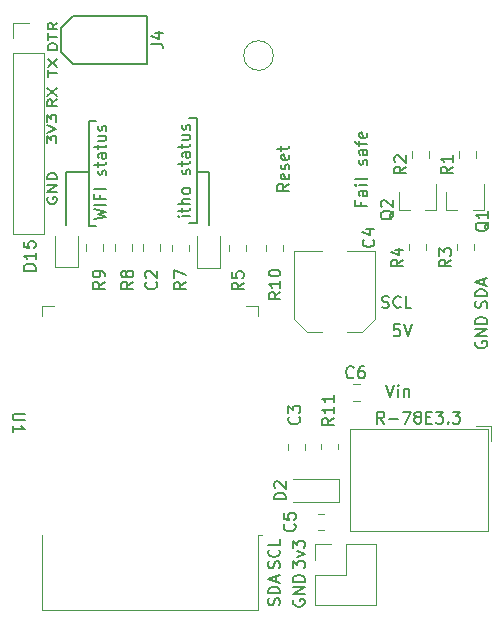
<source format=gto>
G04 #@! TF.GenerationSoftware,KiCad,Pcbnew,(5.1.9-0-10_14)*
G04 #@! TF.CreationDate,2021-10-19T11:17:07+02:00*
G04 #@! TF.ProjectId,ithowifi_4l,6974686f-7769-4666-995f-346c2e6b6963,rev?*
G04 #@! TF.SameCoordinates,Original*
G04 #@! TF.FileFunction,Legend,Top*
G04 #@! TF.FilePolarity,Positive*
%FSLAX46Y46*%
G04 Gerber Fmt 4.6, Leading zero omitted, Abs format (unit mm)*
G04 Created by KiCad (PCBNEW (5.1.9-0-10_14)) date 2021-10-19 11:17:07*
%MOMM*%
%LPD*%
G01*
G04 APERTURE LIST*
%ADD10C,0.150000*%
%ADD11C,0.120000*%
G04 APERTURE END LIST*
D10*
X100965000Y-123571000D02*
X100965000Y-119126000D01*
X99949000Y-119126000D02*
X100965000Y-119126000D01*
X99949000Y-123444000D02*
X99314000Y-123444000D01*
X99949000Y-114554000D02*
X99314000Y-114554000D01*
X99949000Y-119126000D02*
X99949000Y-123444000D01*
X99949000Y-119126000D02*
X99949000Y-114554000D01*
X90805000Y-123698000D02*
X91440000Y-123698000D01*
X90805000Y-119126000D02*
X90805000Y-123698000D01*
X90805000Y-114808000D02*
X91440000Y-114808000D01*
X90805000Y-119126000D02*
X90805000Y-114808000D01*
X88900000Y-119126000D02*
X90805000Y-119126000D01*
X88900000Y-123571000D02*
X88900000Y-119126000D01*
X86304380Y-127452285D02*
X85304380Y-127452285D01*
X85304380Y-127214190D01*
X85352000Y-127071333D01*
X85447238Y-126976095D01*
X85542476Y-126928476D01*
X85732952Y-126880857D01*
X85875809Y-126880857D01*
X86066285Y-126928476D01*
X86161523Y-126976095D01*
X86256761Y-127071333D01*
X86304380Y-127214190D01*
X86304380Y-127452285D01*
X86304380Y-125928476D02*
X86304380Y-126499904D01*
X86304380Y-126214190D02*
X85304380Y-126214190D01*
X85447238Y-126309428D01*
X85542476Y-126404666D01*
X85590095Y-126499904D01*
X85304380Y-125023714D02*
X85304380Y-125499904D01*
X85780571Y-125547523D01*
X85732952Y-125499904D01*
X85685333Y-125404666D01*
X85685333Y-125166571D01*
X85732952Y-125071333D01*
X85780571Y-125023714D01*
X85875809Y-124976095D01*
X86113904Y-124976095D01*
X86209142Y-125023714D01*
X86256761Y-125071333D01*
X86304380Y-125166571D01*
X86304380Y-125404666D01*
X86256761Y-125499904D01*
X86209142Y-125547523D01*
X117141523Y-132020380D02*
X116665333Y-132020380D01*
X116617714Y-132496571D01*
X116665333Y-132448952D01*
X116760571Y-132401333D01*
X116998666Y-132401333D01*
X117093904Y-132448952D01*
X117141523Y-132496571D01*
X117189142Y-132591809D01*
X117189142Y-132829904D01*
X117141523Y-132925142D01*
X117093904Y-132972761D01*
X116998666Y-133020380D01*
X116760571Y-133020380D01*
X116665333Y-132972761D01*
X116617714Y-132925142D01*
X117474857Y-132020380D02*
X117808190Y-133020380D01*
X118141523Y-132020380D01*
X108084380Y-152658476D02*
X108084380Y-152039428D01*
X108465333Y-152372761D01*
X108465333Y-152229904D01*
X108512952Y-152134666D01*
X108560571Y-152087047D01*
X108655809Y-152039428D01*
X108893904Y-152039428D01*
X108989142Y-152087047D01*
X109036761Y-152134666D01*
X109084380Y-152229904D01*
X109084380Y-152515619D01*
X109036761Y-152610857D01*
X108989142Y-152658476D01*
X108417714Y-151706095D02*
X109084380Y-151468000D01*
X108417714Y-151229904D01*
X108084380Y-150944190D02*
X108084380Y-150325142D01*
X108465333Y-150658476D01*
X108465333Y-150515619D01*
X108512952Y-150420380D01*
X108560571Y-150372761D01*
X108655809Y-150325142D01*
X108893904Y-150325142D01*
X108989142Y-150372761D01*
X109036761Y-150420380D01*
X109084380Y-150515619D01*
X109084380Y-150801333D01*
X109036761Y-150896571D01*
X108989142Y-150944190D01*
X108132000Y-155329904D02*
X108084380Y-155425142D01*
X108084380Y-155568000D01*
X108132000Y-155710857D01*
X108227238Y-155806095D01*
X108322476Y-155853714D01*
X108512952Y-155901333D01*
X108655809Y-155901333D01*
X108846285Y-155853714D01*
X108941523Y-155806095D01*
X109036761Y-155710857D01*
X109084380Y-155568000D01*
X109084380Y-155472761D01*
X109036761Y-155329904D01*
X108989142Y-155282285D01*
X108655809Y-155282285D01*
X108655809Y-155472761D01*
X109084380Y-154853714D02*
X108084380Y-154853714D01*
X109084380Y-154282285D01*
X108084380Y-154282285D01*
X109084380Y-153806095D02*
X108084380Y-153806095D01*
X108084380Y-153568000D01*
X108132000Y-153425142D01*
X108227238Y-153329904D01*
X108322476Y-153282285D01*
X108512952Y-153234666D01*
X108655809Y-153234666D01*
X108846285Y-153282285D01*
X108941523Y-153329904D01*
X109036761Y-153425142D01*
X109084380Y-153568000D01*
X109084380Y-153806095D01*
X106936761Y-155782285D02*
X106984380Y-155639428D01*
X106984380Y-155401333D01*
X106936761Y-155306095D01*
X106889142Y-155258476D01*
X106793904Y-155210857D01*
X106698666Y-155210857D01*
X106603428Y-155258476D01*
X106555809Y-155306095D01*
X106508190Y-155401333D01*
X106460571Y-155591809D01*
X106412952Y-155687047D01*
X106365333Y-155734666D01*
X106270095Y-155782285D01*
X106174857Y-155782285D01*
X106079619Y-155734666D01*
X106032000Y-155687047D01*
X105984380Y-155591809D01*
X105984380Y-155353714D01*
X106032000Y-155210857D01*
X106984380Y-154782285D02*
X105984380Y-154782285D01*
X105984380Y-154544190D01*
X106032000Y-154401333D01*
X106127238Y-154306095D01*
X106222476Y-154258476D01*
X106412952Y-154210857D01*
X106555809Y-154210857D01*
X106746285Y-154258476D01*
X106841523Y-154306095D01*
X106936761Y-154401333D01*
X106984380Y-154544190D01*
X106984380Y-154782285D01*
X106698666Y-153829904D02*
X106698666Y-153353714D01*
X106984380Y-153925142D02*
X105984380Y-153591809D01*
X106984380Y-153258476D01*
X106936761Y-152658476D02*
X106984380Y-152515619D01*
X106984380Y-152277523D01*
X106936761Y-152182285D01*
X106889142Y-152134666D01*
X106793904Y-152087047D01*
X106698666Y-152087047D01*
X106603428Y-152134666D01*
X106555809Y-152182285D01*
X106508190Y-152277523D01*
X106460571Y-152468000D01*
X106412952Y-152563238D01*
X106365333Y-152610857D01*
X106270095Y-152658476D01*
X106174857Y-152658476D01*
X106079619Y-152610857D01*
X106032000Y-152563238D01*
X105984380Y-152468000D01*
X105984380Y-152229904D01*
X106032000Y-152087047D01*
X106889142Y-151087047D02*
X106936761Y-151134666D01*
X106984380Y-151277523D01*
X106984380Y-151372761D01*
X106936761Y-151515619D01*
X106841523Y-151610857D01*
X106746285Y-151658476D01*
X106555809Y-151706095D01*
X106412952Y-151706095D01*
X106222476Y-151658476D01*
X106127238Y-151610857D01*
X106032000Y-151515619D01*
X105984380Y-151372761D01*
X105984380Y-151277523D01*
X106032000Y-151134666D01*
X106079619Y-151087047D01*
X106984380Y-150182285D02*
X106984380Y-150658476D01*
X105984380Y-150658476D01*
X87331600Y-121259504D02*
X87293504Y-121354742D01*
X87293504Y-121497600D01*
X87331600Y-121640457D01*
X87407790Y-121735695D01*
X87483980Y-121783314D01*
X87636361Y-121830933D01*
X87750647Y-121830933D01*
X87903028Y-121783314D01*
X87979219Y-121735695D01*
X88055409Y-121640457D01*
X88093504Y-121497600D01*
X88093504Y-121402361D01*
X88055409Y-121259504D01*
X88017314Y-121211885D01*
X87750647Y-121211885D01*
X87750647Y-121402361D01*
X88093504Y-120783314D02*
X87293504Y-120783314D01*
X88093504Y-120211885D01*
X87293504Y-120211885D01*
X88093504Y-119735695D02*
X87293504Y-119735695D01*
X87293504Y-119497600D01*
X87331600Y-119354742D01*
X87407790Y-119259504D01*
X87483980Y-119211885D01*
X87636361Y-119164266D01*
X87750647Y-119164266D01*
X87903028Y-119211885D01*
X87979219Y-119259504D01*
X88055409Y-119354742D01*
X88093504Y-119497600D01*
X88093504Y-119735695D01*
X87268104Y-116681095D02*
X87268104Y-116062047D01*
X87572866Y-116395380D01*
X87572866Y-116252523D01*
X87610961Y-116157285D01*
X87649057Y-116109666D01*
X87725247Y-116062047D01*
X87915723Y-116062047D01*
X87991914Y-116109666D01*
X88030009Y-116157285D01*
X88068104Y-116252523D01*
X88068104Y-116538238D01*
X88030009Y-116633476D01*
X87991914Y-116681095D01*
X87268104Y-115776333D02*
X88068104Y-115443000D01*
X87268104Y-115109666D01*
X87268104Y-114871571D02*
X87268104Y-114252523D01*
X87572866Y-114585857D01*
X87572866Y-114443000D01*
X87610961Y-114347761D01*
X87649057Y-114300142D01*
X87725247Y-114252523D01*
X87915723Y-114252523D01*
X87991914Y-114300142D01*
X88030009Y-114347761D01*
X88068104Y-114443000D01*
X88068104Y-114728714D01*
X88030009Y-114823952D01*
X87991914Y-114871571D01*
X88093504Y-112968066D02*
X87712552Y-113301400D01*
X88093504Y-113539495D02*
X87293504Y-113539495D01*
X87293504Y-113158542D01*
X87331600Y-113063304D01*
X87369695Y-113015685D01*
X87445885Y-112968066D01*
X87560171Y-112968066D01*
X87636361Y-113015685D01*
X87674457Y-113063304D01*
X87712552Y-113158542D01*
X87712552Y-113539495D01*
X87293504Y-112634733D02*
X88093504Y-111968066D01*
X87293504Y-111968066D02*
X88093504Y-112634733D01*
X87318904Y-111048704D02*
X87318904Y-110477276D01*
X88118904Y-110762990D02*
X87318904Y-110762990D01*
X87318904Y-110239180D02*
X88118904Y-109572514D01*
X87318904Y-109572514D02*
X88118904Y-110239180D01*
X88144304Y-108788057D02*
X87344304Y-108788057D01*
X87344304Y-108549961D01*
X87382400Y-108407104D01*
X87458590Y-108311866D01*
X87534780Y-108264247D01*
X87687161Y-108216628D01*
X87801447Y-108216628D01*
X87953828Y-108264247D01*
X88030019Y-108311866D01*
X88106209Y-108407104D01*
X88144304Y-108549961D01*
X88144304Y-108788057D01*
X87344304Y-107930914D02*
X87344304Y-107359485D01*
X88144304Y-107645200D02*
X87344304Y-107645200D01*
X88144304Y-106454723D02*
X87763352Y-106788057D01*
X88144304Y-107026152D02*
X87344304Y-107026152D01*
X87344304Y-106645200D01*
X87382400Y-106549961D01*
X87420495Y-106502342D01*
X87496685Y-106454723D01*
X87610971Y-106454723D01*
X87687161Y-106502342D01*
X87725257Y-106549961D01*
X87763352Y-106645200D01*
X87763352Y-107026152D01*
X116008190Y-137120380D02*
X116341523Y-138120380D01*
X116674857Y-137120380D01*
X117008190Y-138120380D02*
X117008190Y-137453714D01*
X117008190Y-137120380D02*
X116960571Y-137168000D01*
X117008190Y-137215619D01*
X117055809Y-137168000D01*
X117008190Y-137120380D01*
X117008190Y-137215619D01*
X117484380Y-137453714D02*
X117484380Y-138120380D01*
X117484380Y-137548952D02*
X117532000Y-137501333D01*
X117627238Y-137453714D01*
X117770095Y-137453714D01*
X117865333Y-137501333D01*
X117912952Y-137596571D01*
X117912952Y-138120380D01*
X123579000Y-133476904D02*
X123531380Y-133572142D01*
X123531380Y-133715000D01*
X123579000Y-133857857D01*
X123674238Y-133953095D01*
X123769476Y-134000714D01*
X123959952Y-134048333D01*
X124102809Y-134048333D01*
X124293285Y-134000714D01*
X124388523Y-133953095D01*
X124483761Y-133857857D01*
X124531380Y-133715000D01*
X124531380Y-133619761D01*
X124483761Y-133476904D01*
X124436142Y-133429285D01*
X124102809Y-133429285D01*
X124102809Y-133619761D01*
X124531380Y-133000714D02*
X123531380Y-133000714D01*
X124531380Y-132429285D01*
X123531380Y-132429285D01*
X124531380Y-131953095D02*
X123531380Y-131953095D01*
X123531380Y-131715000D01*
X123579000Y-131572142D01*
X123674238Y-131476904D01*
X123769476Y-131429285D01*
X123959952Y-131381666D01*
X124102809Y-131381666D01*
X124293285Y-131429285D01*
X124388523Y-131476904D01*
X124483761Y-131572142D01*
X124531380Y-131715000D01*
X124531380Y-131953095D01*
X115649523Y-130579761D02*
X115792380Y-130627380D01*
X116030476Y-130627380D01*
X116125714Y-130579761D01*
X116173333Y-130532142D01*
X116220952Y-130436904D01*
X116220952Y-130341666D01*
X116173333Y-130246428D01*
X116125714Y-130198809D01*
X116030476Y-130151190D01*
X115840000Y-130103571D01*
X115744761Y-130055952D01*
X115697142Y-130008333D01*
X115649523Y-129913095D01*
X115649523Y-129817857D01*
X115697142Y-129722619D01*
X115744761Y-129675000D01*
X115840000Y-129627380D01*
X116078095Y-129627380D01*
X116220952Y-129675000D01*
X117220952Y-130532142D02*
X117173333Y-130579761D01*
X117030476Y-130627380D01*
X116935238Y-130627380D01*
X116792380Y-130579761D01*
X116697142Y-130484523D01*
X116649523Y-130389285D01*
X116601904Y-130198809D01*
X116601904Y-130055952D01*
X116649523Y-129865476D01*
X116697142Y-129770238D01*
X116792380Y-129675000D01*
X116935238Y-129627380D01*
X117030476Y-129627380D01*
X117173333Y-129675000D01*
X117220952Y-129722619D01*
X118125714Y-130627380D02*
X117649523Y-130627380D01*
X117649523Y-129627380D01*
X124483761Y-130627285D02*
X124531380Y-130484428D01*
X124531380Y-130246333D01*
X124483761Y-130151095D01*
X124436142Y-130103476D01*
X124340904Y-130055857D01*
X124245666Y-130055857D01*
X124150428Y-130103476D01*
X124102809Y-130151095D01*
X124055190Y-130246333D01*
X124007571Y-130436809D01*
X123959952Y-130532047D01*
X123912333Y-130579666D01*
X123817095Y-130627285D01*
X123721857Y-130627285D01*
X123626619Y-130579666D01*
X123579000Y-130532047D01*
X123531380Y-130436809D01*
X123531380Y-130198714D01*
X123579000Y-130055857D01*
X124531380Y-129627285D02*
X123531380Y-129627285D01*
X123531380Y-129389190D01*
X123579000Y-129246333D01*
X123674238Y-129151095D01*
X123769476Y-129103476D01*
X123959952Y-129055857D01*
X124102809Y-129055857D01*
X124293285Y-129103476D01*
X124388523Y-129151095D01*
X124483761Y-129246333D01*
X124531380Y-129389190D01*
X124531380Y-129627285D01*
X124245666Y-128674904D02*
X124245666Y-128198714D01*
X124531380Y-128770142D02*
X123531380Y-128436809D01*
X124531380Y-128103476D01*
D11*
X106433180Y-109251460D02*
G75*
G03*
X106433180Y-109251460I-1251000J0D01*
G01*
X110436500Y-142604564D02*
X110436500Y-142150436D01*
X111906500Y-142604564D02*
X111906500Y-142150436D01*
X112025500Y-147084000D02*
X112025500Y-145084000D01*
X112025500Y-145084000D02*
X108125500Y-145084000D01*
X112025500Y-147084000D02*
X108125500Y-147084000D01*
X107642500Y-142662252D02*
X107642500Y-142139748D01*
X109112500Y-142662252D02*
X109112500Y-142139748D01*
X113743252Y-138503000D02*
X113220748Y-138503000D01*
X113743252Y-137033000D02*
X113220748Y-137033000D01*
X115042000Y-125820500D02*
X112692000Y-125820500D01*
X108222000Y-125820500D02*
X110572000Y-125820500D01*
X108222000Y-131576063D02*
X108222000Y-125820500D01*
X115042000Y-131576063D02*
X115042000Y-125820500D01*
X113977563Y-132640500D02*
X112692000Y-132640500D01*
X109286437Y-132640500D02*
X110572000Y-132640500D01*
X109286437Y-132640500D02*
X108222000Y-131576063D01*
X113977563Y-132640500D02*
X115042000Y-131576063D01*
X109962000Y-155798000D02*
X115162000Y-155798000D01*
X109962000Y-153198000D02*
X109962000Y-155798000D01*
X115162000Y-150598000D02*
X115162000Y-155798000D01*
X109962000Y-153198000D02*
X112562000Y-153198000D01*
X112562000Y-153198000D02*
X112562000Y-150598000D01*
X112562000Y-150598000D02*
X115162000Y-150598000D01*
X109962000Y-151928000D02*
X109962000Y-150598000D01*
X109962000Y-150598000D02*
X111292000Y-150598000D01*
D10*
X89496000Y-109933400D02*
X95719000Y-109933400D01*
X88480000Y-108917400D02*
X89496000Y-109933400D01*
X88480000Y-106885400D02*
X88480000Y-108917400D01*
X89496000Y-105869400D02*
X88480000Y-106885400D01*
X95719000Y-105869400D02*
X89496000Y-105869400D01*
X95719000Y-109933400D02*
X95719000Y-105869400D01*
D11*
X105097600Y-131260400D02*
X105097600Y-130480400D01*
X105097600Y-130480400D02*
X104097600Y-130480400D01*
X86857600Y-131260400D02*
X86857600Y-130480400D01*
X86857600Y-130480400D02*
X87857600Y-130480400D01*
X105097600Y-156225400D02*
X86857600Y-156225400D01*
X86857600Y-156225400D02*
X86857600Y-149805400D01*
X105097600Y-156225400D02*
X105097600Y-149805400D01*
X105097600Y-149805400D02*
X105477600Y-149805400D01*
X107246000Y-125251422D02*
X107246000Y-125768578D01*
X105826000Y-125251422D02*
X105826000Y-125768578D01*
X87940000Y-124501400D02*
X87940000Y-127186400D01*
X87940000Y-127186400D02*
X89860000Y-127186400D01*
X89860000Y-127186400D02*
X89860000Y-124501400D01*
X92023000Y-125242822D02*
X92023000Y-125759978D01*
X90603000Y-125242822D02*
X90603000Y-125759978D01*
X93016000Y-125759978D02*
X93016000Y-125242822D01*
X94436000Y-125759978D02*
X94436000Y-125242822D01*
X97842000Y-125774078D02*
X97842000Y-125256922D01*
X99262000Y-125774078D02*
X99262000Y-125256922D01*
X84395000Y-124367600D02*
X87055000Y-124367600D01*
X84395000Y-109067600D02*
X84395000Y-124367600D01*
X87055000Y-109067600D02*
X87055000Y-124367600D01*
X84395000Y-109067600D02*
X87055000Y-109067600D01*
X84395000Y-107797600D02*
X84395000Y-106467600D01*
X84395000Y-106467600D02*
X85725000Y-106467600D01*
X110178322Y-148041000D02*
X110695478Y-148041000D01*
X110178322Y-149461000D02*
X110695478Y-149461000D01*
X95429000Y-125759978D02*
X95429000Y-125242822D01*
X96849000Y-125759978D02*
X96849000Y-125242822D01*
X100005000Y-124515500D02*
X100005000Y-127200500D01*
X100005000Y-127200500D02*
X101925000Y-127200500D01*
X101925000Y-127200500D02*
X101925000Y-124515500D01*
X102668000Y-125774078D02*
X102668000Y-125256922D01*
X104088000Y-125774078D02*
X104088000Y-125256922D01*
X119328000Y-125202422D02*
X119328000Y-125719578D01*
X117908000Y-125202422D02*
X117908000Y-125719578D01*
X123392000Y-125202422D02*
X123392000Y-125719578D01*
X121972000Y-125202422D02*
X121972000Y-125719578D01*
X119582000Y-117365822D02*
X119582000Y-117882978D01*
X118162000Y-117365822D02*
X118162000Y-117882978D01*
X122149800Y-117882978D02*
X122149800Y-117365822D01*
X123569800Y-117882978D02*
X123569800Y-117365822D01*
X117078600Y-122299000D02*
X118008600Y-122299000D01*
X120238600Y-122299000D02*
X119308600Y-122299000D01*
X120238600Y-122299000D02*
X120238600Y-120139000D01*
X117078600Y-122299000D02*
X117078600Y-120839000D01*
X121076600Y-122299000D02*
X122006600Y-122299000D01*
X124236600Y-122299000D02*
X123306600Y-122299000D01*
X124236600Y-122299000D02*
X124236600Y-120139000D01*
X121076600Y-122299000D02*
X121076600Y-120839000D01*
X124630600Y-149511200D02*
X112909600Y-149511200D01*
X124630600Y-140891200D02*
X112909600Y-140891200D01*
X124630600Y-149511200D02*
X124630600Y-140891200D01*
X112909600Y-149511200D02*
X112909600Y-140891200D01*
X124870600Y-141891200D02*
X124870600Y-140651200D01*
X124870600Y-140651200D02*
X123630600Y-140651200D01*
D10*
X107767380Y-120110095D02*
X107291190Y-120443428D01*
X107767380Y-120681523D02*
X106767380Y-120681523D01*
X106767380Y-120300571D01*
X106815000Y-120205333D01*
X106862619Y-120157714D01*
X106957857Y-120110095D01*
X107100714Y-120110095D01*
X107195952Y-120157714D01*
X107243571Y-120205333D01*
X107291190Y-120300571D01*
X107291190Y-120681523D01*
X107719761Y-119300571D02*
X107767380Y-119395809D01*
X107767380Y-119586285D01*
X107719761Y-119681523D01*
X107624523Y-119729142D01*
X107243571Y-119729142D01*
X107148333Y-119681523D01*
X107100714Y-119586285D01*
X107100714Y-119395809D01*
X107148333Y-119300571D01*
X107243571Y-119252952D01*
X107338809Y-119252952D01*
X107434047Y-119729142D01*
X107719761Y-118872000D02*
X107767380Y-118776761D01*
X107767380Y-118586285D01*
X107719761Y-118491047D01*
X107624523Y-118443428D01*
X107576904Y-118443428D01*
X107481666Y-118491047D01*
X107434047Y-118586285D01*
X107434047Y-118729142D01*
X107386428Y-118824380D01*
X107291190Y-118872000D01*
X107243571Y-118872000D01*
X107148333Y-118824380D01*
X107100714Y-118729142D01*
X107100714Y-118586285D01*
X107148333Y-118491047D01*
X107719761Y-117633904D02*
X107767380Y-117729142D01*
X107767380Y-117919619D01*
X107719761Y-118014857D01*
X107624523Y-118062476D01*
X107243571Y-118062476D01*
X107148333Y-118014857D01*
X107100714Y-117919619D01*
X107100714Y-117729142D01*
X107148333Y-117633904D01*
X107243571Y-117586285D01*
X107338809Y-117586285D01*
X107434047Y-118062476D01*
X107100714Y-117300571D02*
X107100714Y-116919619D01*
X106767380Y-117157714D02*
X107624523Y-117157714D01*
X107719761Y-117110095D01*
X107767380Y-117014857D01*
X107767380Y-116919619D01*
X113847571Y-121633904D02*
X113847571Y-121967238D01*
X114371380Y-121967238D02*
X113371380Y-121967238D01*
X113371380Y-121491047D01*
X114371380Y-120681523D02*
X113847571Y-120681523D01*
X113752333Y-120729142D01*
X113704714Y-120824380D01*
X113704714Y-121014857D01*
X113752333Y-121110095D01*
X114323761Y-120681523D02*
X114371380Y-120776761D01*
X114371380Y-121014857D01*
X114323761Y-121110095D01*
X114228523Y-121157714D01*
X114133285Y-121157714D01*
X114038047Y-121110095D01*
X113990428Y-121014857D01*
X113990428Y-120776761D01*
X113942809Y-120681523D01*
X114371380Y-120205333D02*
X113704714Y-120205333D01*
X113371380Y-120205333D02*
X113419000Y-120252952D01*
X113466619Y-120205333D01*
X113419000Y-120157714D01*
X113371380Y-120205333D01*
X113466619Y-120205333D01*
X114371380Y-119586285D02*
X114323761Y-119681523D01*
X114228523Y-119729142D01*
X113371380Y-119729142D01*
X114323761Y-118491047D02*
X114371380Y-118395809D01*
X114371380Y-118205333D01*
X114323761Y-118110095D01*
X114228523Y-118062476D01*
X114180904Y-118062476D01*
X114085666Y-118110095D01*
X114038047Y-118205333D01*
X114038047Y-118348190D01*
X113990428Y-118443428D01*
X113895190Y-118491047D01*
X113847571Y-118491047D01*
X113752333Y-118443428D01*
X113704714Y-118348190D01*
X113704714Y-118205333D01*
X113752333Y-118110095D01*
X114371380Y-117205333D02*
X113847571Y-117205333D01*
X113752333Y-117252952D01*
X113704714Y-117348190D01*
X113704714Y-117538666D01*
X113752333Y-117633904D01*
X114323761Y-117205333D02*
X114371380Y-117300571D01*
X114371380Y-117538666D01*
X114323761Y-117633904D01*
X114228523Y-117681523D01*
X114133285Y-117681523D01*
X114038047Y-117633904D01*
X113990428Y-117538666D01*
X113990428Y-117300571D01*
X113942809Y-117205333D01*
X113704714Y-116872000D02*
X113704714Y-116491047D01*
X114371380Y-116729142D02*
X113514238Y-116729142D01*
X113419000Y-116681523D01*
X113371380Y-116586285D01*
X113371380Y-116491047D01*
X114323761Y-115776761D02*
X114371380Y-115872000D01*
X114371380Y-116062476D01*
X114323761Y-116157714D01*
X114228523Y-116205333D01*
X113847571Y-116205333D01*
X113752333Y-116157714D01*
X113704714Y-116062476D01*
X113704714Y-115872000D01*
X113752333Y-115776761D01*
X113847571Y-115729142D01*
X113942809Y-115729142D01*
X114038047Y-116205333D01*
X111560380Y-139932357D02*
X111084190Y-140265690D01*
X111560380Y-140503785D02*
X110560380Y-140503785D01*
X110560380Y-140122833D01*
X110608000Y-140027595D01*
X110655619Y-139979976D01*
X110750857Y-139932357D01*
X110893714Y-139932357D01*
X110988952Y-139979976D01*
X111036571Y-140027595D01*
X111084190Y-140122833D01*
X111084190Y-140503785D01*
X111560380Y-138979976D02*
X111560380Y-139551404D01*
X111560380Y-139265690D02*
X110560380Y-139265690D01*
X110703238Y-139360928D01*
X110798476Y-139456166D01*
X110846095Y-139551404D01*
X111560380Y-138027595D02*
X111560380Y-138599023D01*
X111560380Y-138313309D02*
X110560380Y-138313309D01*
X110703238Y-138408547D01*
X110798476Y-138503785D01*
X110846095Y-138599023D01*
X107496380Y-146822095D02*
X106496380Y-146822095D01*
X106496380Y-146584000D01*
X106544000Y-146441142D01*
X106639238Y-146345904D01*
X106734476Y-146298285D01*
X106924952Y-146250666D01*
X107067809Y-146250666D01*
X107258285Y-146298285D01*
X107353523Y-146345904D01*
X107448761Y-146441142D01*
X107496380Y-146584000D01*
X107496380Y-146822095D01*
X106591619Y-145869714D02*
X106544000Y-145822095D01*
X106496380Y-145726857D01*
X106496380Y-145488761D01*
X106544000Y-145393523D01*
X106591619Y-145345904D01*
X106686857Y-145298285D01*
X106782095Y-145298285D01*
X106924952Y-145345904D01*
X107496380Y-145917333D01*
X107496380Y-145298285D01*
X108607642Y-139837166D02*
X108655261Y-139884785D01*
X108702880Y-140027642D01*
X108702880Y-140122880D01*
X108655261Y-140265738D01*
X108560023Y-140360976D01*
X108464785Y-140408595D01*
X108274309Y-140456214D01*
X108131452Y-140456214D01*
X107940976Y-140408595D01*
X107845738Y-140360976D01*
X107750500Y-140265738D01*
X107702880Y-140122880D01*
X107702880Y-140027642D01*
X107750500Y-139884785D01*
X107798119Y-139837166D01*
X107702880Y-139503833D02*
X107702880Y-138884785D01*
X108083833Y-139218119D01*
X108083833Y-139075261D01*
X108131452Y-138980023D01*
X108179071Y-138932404D01*
X108274309Y-138884785D01*
X108512404Y-138884785D01*
X108607642Y-138932404D01*
X108655261Y-138980023D01*
X108702880Y-139075261D01*
X108702880Y-139360976D01*
X108655261Y-139456214D01*
X108607642Y-139503833D01*
X113227333Y-136471642D02*
X113179714Y-136519261D01*
X113036857Y-136566880D01*
X112941619Y-136566880D01*
X112798761Y-136519261D01*
X112703523Y-136424023D01*
X112655904Y-136328785D01*
X112608285Y-136138309D01*
X112608285Y-135995452D01*
X112655904Y-135804976D01*
X112703523Y-135709738D01*
X112798761Y-135614500D01*
X112941619Y-135566880D01*
X113036857Y-135566880D01*
X113179714Y-135614500D01*
X113227333Y-135662119D01*
X114084476Y-135566880D02*
X113894000Y-135566880D01*
X113798761Y-135614500D01*
X113751142Y-135662119D01*
X113655904Y-135804976D01*
X113608285Y-135995452D01*
X113608285Y-136376404D01*
X113655904Y-136471642D01*
X113703523Y-136519261D01*
X113798761Y-136566880D01*
X113989238Y-136566880D01*
X114084476Y-136519261D01*
X114132095Y-136471642D01*
X114179714Y-136376404D01*
X114179714Y-136138309D01*
X114132095Y-136043071D01*
X114084476Y-135995452D01*
X113989238Y-135947833D01*
X113798761Y-135947833D01*
X113703523Y-135995452D01*
X113655904Y-136043071D01*
X113608285Y-136138309D01*
X114889142Y-124834666D02*
X114936761Y-124882285D01*
X114984380Y-125025142D01*
X114984380Y-125120380D01*
X114936761Y-125263238D01*
X114841523Y-125358476D01*
X114746285Y-125406095D01*
X114555809Y-125453714D01*
X114412952Y-125453714D01*
X114222476Y-125406095D01*
X114127238Y-125358476D01*
X114032000Y-125263238D01*
X113984380Y-125120380D01*
X113984380Y-125025142D01*
X114032000Y-124882285D01*
X114079619Y-124834666D01*
X114317714Y-123977523D02*
X114984380Y-123977523D01*
X113936761Y-124215619D02*
X114651047Y-124453714D01*
X114651047Y-123834666D01*
X96084380Y-108247433D02*
X96798666Y-108247433D01*
X96941523Y-108295052D01*
X97036761Y-108390290D01*
X97084380Y-108533147D01*
X97084380Y-108628385D01*
X96417714Y-107342671D02*
X97084380Y-107342671D01*
X96036761Y-107580766D02*
X96751047Y-107818861D01*
X96751047Y-107199814D01*
X85383619Y-139573095D02*
X84574095Y-139573095D01*
X84478857Y-139620714D01*
X84431238Y-139668333D01*
X84383619Y-139763571D01*
X84383619Y-139954047D01*
X84431238Y-140049285D01*
X84478857Y-140096904D01*
X84574095Y-140144523D01*
X85383619Y-140144523D01*
X84383619Y-141144523D02*
X84383619Y-140573095D01*
X84383619Y-140858809D02*
X85383619Y-140858809D01*
X85240761Y-140763571D01*
X85145523Y-140668333D01*
X85097904Y-140573095D01*
X107039180Y-129277057D02*
X106562990Y-129610390D01*
X107039180Y-129848485D02*
X106039180Y-129848485D01*
X106039180Y-129467533D01*
X106086800Y-129372295D01*
X106134419Y-129324676D01*
X106229657Y-129277057D01*
X106372514Y-129277057D01*
X106467752Y-129324676D01*
X106515371Y-129372295D01*
X106562990Y-129467533D01*
X106562990Y-129848485D01*
X107039180Y-128324676D02*
X107039180Y-128896104D01*
X107039180Y-128610390D02*
X106039180Y-128610390D01*
X106182038Y-128705628D01*
X106277276Y-128800866D01*
X106324895Y-128896104D01*
X106039180Y-127705628D02*
X106039180Y-127610390D01*
X106086800Y-127515152D01*
X106134419Y-127467533D01*
X106229657Y-127419914D01*
X106420133Y-127372295D01*
X106658228Y-127372295D01*
X106848704Y-127419914D01*
X106943942Y-127467533D01*
X106991561Y-127515152D01*
X107039180Y-127610390D01*
X107039180Y-127705628D01*
X106991561Y-127800866D01*
X106943942Y-127848485D01*
X106848704Y-127896104D01*
X106658228Y-127943723D01*
X106420133Y-127943723D01*
X106229657Y-127896104D01*
X106134419Y-127848485D01*
X106086800Y-127800866D01*
X106039180Y-127705628D01*
X91273380Y-123126000D02*
X92273380Y-122887904D01*
X91559095Y-122697428D01*
X92273380Y-122506952D01*
X91273380Y-122268857D01*
X92273380Y-121887904D02*
X91273380Y-121887904D01*
X91749571Y-121078380D02*
X91749571Y-121411714D01*
X92273380Y-121411714D02*
X91273380Y-121411714D01*
X91273380Y-120935523D01*
X92273380Y-120554571D02*
X91273380Y-120554571D01*
X92225761Y-119364095D02*
X92273380Y-119268857D01*
X92273380Y-119078380D01*
X92225761Y-118983142D01*
X92130523Y-118935523D01*
X92082904Y-118935523D01*
X91987666Y-118983142D01*
X91940047Y-119078380D01*
X91940047Y-119221238D01*
X91892428Y-119316476D01*
X91797190Y-119364095D01*
X91749571Y-119364095D01*
X91654333Y-119316476D01*
X91606714Y-119221238D01*
X91606714Y-119078380D01*
X91654333Y-118983142D01*
X91606714Y-118649809D02*
X91606714Y-118268857D01*
X91273380Y-118506952D02*
X92130523Y-118506952D01*
X92225761Y-118459333D01*
X92273380Y-118364095D01*
X92273380Y-118268857D01*
X92273380Y-117506952D02*
X91749571Y-117506952D01*
X91654333Y-117554571D01*
X91606714Y-117649809D01*
X91606714Y-117840285D01*
X91654333Y-117935523D01*
X92225761Y-117506952D02*
X92273380Y-117602190D01*
X92273380Y-117840285D01*
X92225761Y-117935523D01*
X92130523Y-117983142D01*
X92035285Y-117983142D01*
X91940047Y-117935523D01*
X91892428Y-117840285D01*
X91892428Y-117602190D01*
X91844809Y-117506952D01*
X91606714Y-117173619D02*
X91606714Y-116792666D01*
X91273380Y-117030761D02*
X92130523Y-117030761D01*
X92225761Y-116983142D01*
X92273380Y-116887904D01*
X92273380Y-116792666D01*
X91606714Y-116030761D02*
X92273380Y-116030761D01*
X91606714Y-116459333D02*
X92130523Y-116459333D01*
X92225761Y-116411714D01*
X92273380Y-116316476D01*
X92273380Y-116173619D01*
X92225761Y-116078380D01*
X92178142Y-116030761D01*
X92225761Y-115602190D02*
X92273380Y-115506952D01*
X92273380Y-115316476D01*
X92225761Y-115221238D01*
X92130523Y-115173619D01*
X92082904Y-115173619D01*
X91987666Y-115221238D01*
X91940047Y-115316476D01*
X91940047Y-115459333D01*
X91892428Y-115554571D01*
X91797190Y-115602190D01*
X91749571Y-115602190D01*
X91654333Y-115554571D01*
X91606714Y-115459333D01*
X91606714Y-115316476D01*
X91654333Y-115221238D01*
X92146380Y-128413566D02*
X91670190Y-128746900D01*
X92146380Y-128984995D02*
X91146380Y-128984995D01*
X91146380Y-128604042D01*
X91194000Y-128508804D01*
X91241619Y-128461185D01*
X91336857Y-128413566D01*
X91479714Y-128413566D01*
X91574952Y-128461185D01*
X91622571Y-128508804D01*
X91670190Y-128604042D01*
X91670190Y-128984995D01*
X92146380Y-127937376D02*
X92146380Y-127746900D01*
X92098761Y-127651661D01*
X92051142Y-127604042D01*
X91908285Y-127508804D01*
X91717809Y-127461185D01*
X91336857Y-127461185D01*
X91241619Y-127508804D01*
X91194000Y-127556423D01*
X91146380Y-127651661D01*
X91146380Y-127842138D01*
X91194000Y-127937376D01*
X91241619Y-127984995D01*
X91336857Y-128032614D01*
X91574952Y-128032614D01*
X91670190Y-127984995D01*
X91717809Y-127937376D01*
X91765428Y-127842138D01*
X91765428Y-127651661D01*
X91717809Y-127556423D01*
X91670190Y-127508804D01*
X91574952Y-127461185D01*
X94559380Y-128413566D02*
X94083190Y-128746900D01*
X94559380Y-128984995D02*
X93559380Y-128984995D01*
X93559380Y-128604042D01*
X93607000Y-128508804D01*
X93654619Y-128461185D01*
X93749857Y-128413566D01*
X93892714Y-128413566D01*
X93987952Y-128461185D01*
X94035571Y-128508804D01*
X94083190Y-128604042D01*
X94083190Y-128984995D01*
X93987952Y-127842138D02*
X93940333Y-127937376D01*
X93892714Y-127984995D01*
X93797476Y-128032614D01*
X93749857Y-128032614D01*
X93654619Y-127984995D01*
X93607000Y-127937376D01*
X93559380Y-127842138D01*
X93559380Y-127651661D01*
X93607000Y-127556423D01*
X93654619Y-127508804D01*
X93749857Y-127461185D01*
X93797476Y-127461185D01*
X93892714Y-127508804D01*
X93940333Y-127556423D01*
X93987952Y-127651661D01*
X93987952Y-127842138D01*
X94035571Y-127937376D01*
X94083190Y-127984995D01*
X94178428Y-128032614D01*
X94368904Y-128032614D01*
X94464142Y-127984995D01*
X94511761Y-127937376D01*
X94559380Y-127842138D01*
X94559380Y-127651661D01*
X94511761Y-127556423D01*
X94464142Y-127508804D01*
X94368904Y-127461185D01*
X94178428Y-127461185D01*
X94083190Y-127508804D01*
X94035571Y-127556423D01*
X93987952Y-127651661D01*
X99004380Y-128436666D02*
X98528190Y-128770000D01*
X99004380Y-129008095D02*
X98004380Y-129008095D01*
X98004380Y-128627142D01*
X98052000Y-128531904D01*
X98099619Y-128484285D01*
X98194857Y-128436666D01*
X98337714Y-128436666D01*
X98432952Y-128484285D01*
X98480571Y-128531904D01*
X98528190Y-128627142D01*
X98528190Y-129008095D01*
X98004380Y-128103333D02*
X98004380Y-127436666D01*
X99004380Y-127865238D01*
X108226642Y-148917666D02*
X108274261Y-148965285D01*
X108321880Y-149108142D01*
X108321880Y-149203380D01*
X108274261Y-149346238D01*
X108179023Y-149441476D01*
X108083785Y-149489095D01*
X107893309Y-149536714D01*
X107750452Y-149536714D01*
X107559976Y-149489095D01*
X107464738Y-149441476D01*
X107369500Y-149346238D01*
X107321880Y-149203380D01*
X107321880Y-149108142D01*
X107369500Y-148965285D01*
X107417119Y-148917666D01*
X107321880Y-148012904D02*
X107321880Y-148489095D01*
X107798071Y-148536714D01*
X107750452Y-148489095D01*
X107702833Y-148393857D01*
X107702833Y-148155761D01*
X107750452Y-148060523D01*
X107798071Y-148012904D01*
X107893309Y-147965285D01*
X108131404Y-147965285D01*
X108226642Y-148012904D01*
X108274261Y-148060523D01*
X108321880Y-148155761D01*
X108321880Y-148393857D01*
X108274261Y-148489095D01*
X108226642Y-148536714D01*
X96496142Y-128436666D02*
X96543761Y-128484285D01*
X96591380Y-128627142D01*
X96591380Y-128722380D01*
X96543761Y-128865238D01*
X96448523Y-128960476D01*
X96353285Y-129008095D01*
X96162809Y-129055714D01*
X96019952Y-129055714D01*
X95829476Y-129008095D01*
X95734238Y-128960476D01*
X95639000Y-128865238D01*
X95591380Y-128722380D01*
X95591380Y-128627142D01*
X95639000Y-128484285D01*
X95686619Y-128436666D01*
X95686619Y-128055714D02*
X95639000Y-128008095D01*
X95591380Y-127912857D01*
X95591380Y-127674761D01*
X95639000Y-127579523D01*
X95686619Y-127531904D01*
X95781857Y-127484285D01*
X95877095Y-127484285D01*
X96019952Y-127531904D01*
X96591380Y-128103333D01*
X96591380Y-127484285D01*
X99385380Y-122856142D02*
X98718714Y-122856142D01*
X98385380Y-122856142D02*
X98433000Y-122903761D01*
X98480619Y-122856142D01*
X98433000Y-122808523D01*
X98385380Y-122856142D01*
X98480619Y-122856142D01*
X98718714Y-122522809D02*
X98718714Y-122141857D01*
X98385380Y-122379952D02*
X99242523Y-122379952D01*
X99337761Y-122332333D01*
X99385380Y-122237095D01*
X99385380Y-122141857D01*
X99385380Y-121808523D02*
X98385380Y-121808523D01*
X99385380Y-121379952D02*
X98861571Y-121379952D01*
X98766333Y-121427571D01*
X98718714Y-121522809D01*
X98718714Y-121665666D01*
X98766333Y-121760904D01*
X98813952Y-121808523D01*
X99385380Y-120760904D02*
X99337761Y-120856142D01*
X99290142Y-120903761D01*
X99194904Y-120951380D01*
X98909190Y-120951380D01*
X98813952Y-120903761D01*
X98766333Y-120856142D01*
X98718714Y-120760904D01*
X98718714Y-120618047D01*
X98766333Y-120522809D01*
X98813952Y-120475190D01*
X98909190Y-120427571D01*
X99194904Y-120427571D01*
X99290142Y-120475190D01*
X99337761Y-120522809D01*
X99385380Y-120618047D01*
X99385380Y-120760904D01*
X99337761Y-119284714D02*
X99385380Y-119189476D01*
X99385380Y-118999000D01*
X99337761Y-118903761D01*
X99242523Y-118856142D01*
X99194904Y-118856142D01*
X99099666Y-118903761D01*
X99052047Y-118999000D01*
X99052047Y-119141857D01*
X99004428Y-119237095D01*
X98909190Y-119284714D01*
X98861571Y-119284714D01*
X98766333Y-119237095D01*
X98718714Y-119141857D01*
X98718714Y-118999000D01*
X98766333Y-118903761D01*
X98718714Y-118570428D02*
X98718714Y-118189476D01*
X98385380Y-118427571D02*
X99242523Y-118427571D01*
X99337761Y-118379952D01*
X99385380Y-118284714D01*
X99385380Y-118189476D01*
X99385380Y-117427571D02*
X98861571Y-117427571D01*
X98766333Y-117475190D01*
X98718714Y-117570428D01*
X98718714Y-117760904D01*
X98766333Y-117856142D01*
X99337761Y-117427571D02*
X99385380Y-117522809D01*
X99385380Y-117760904D01*
X99337761Y-117856142D01*
X99242523Y-117903761D01*
X99147285Y-117903761D01*
X99052047Y-117856142D01*
X99004428Y-117760904D01*
X99004428Y-117522809D01*
X98956809Y-117427571D01*
X98718714Y-117094238D02*
X98718714Y-116713285D01*
X98385380Y-116951380D02*
X99242523Y-116951380D01*
X99337761Y-116903761D01*
X99385380Y-116808523D01*
X99385380Y-116713285D01*
X98718714Y-115951380D02*
X99385380Y-115951380D01*
X98718714Y-116379952D02*
X99242523Y-116379952D01*
X99337761Y-116332333D01*
X99385380Y-116237095D01*
X99385380Y-116094238D01*
X99337761Y-115999000D01*
X99290142Y-115951380D01*
X99337761Y-115522809D02*
X99385380Y-115427571D01*
X99385380Y-115237095D01*
X99337761Y-115141857D01*
X99242523Y-115094238D01*
X99194904Y-115094238D01*
X99099666Y-115141857D01*
X99052047Y-115237095D01*
X99052047Y-115379952D01*
X99004428Y-115475190D01*
X98909190Y-115522809D01*
X98861571Y-115522809D01*
X98766333Y-115475190D01*
X98718714Y-115379952D01*
X98718714Y-115237095D01*
X98766333Y-115141857D01*
X103914380Y-128470666D02*
X103438190Y-128804000D01*
X103914380Y-129042095D02*
X102914380Y-129042095D01*
X102914380Y-128661142D01*
X102962000Y-128565904D01*
X103009619Y-128518285D01*
X103104857Y-128470666D01*
X103247714Y-128470666D01*
X103342952Y-128518285D01*
X103390571Y-128565904D01*
X103438190Y-128661142D01*
X103438190Y-129042095D01*
X102914380Y-127565904D02*
X102914380Y-128042095D01*
X103390571Y-128089714D01*
X103342952Y-128042095D01*
X103295333Y-127946857D01*
X103295333Y-127708761D01*
X103342952Y-127613523D01*
X103390571Y-127565904D01*
X103485809Y-127518285D01*
X103723904Y-127518285D01*
X103819142Y-127565904D01*
X103866761Y-127613523D01*
X103914380Y-127708761D01*
X103914380Y-127946857D01*
X103866761Y-128042095D01*
X103819142Y-128089714D01*
X117419380Y-126531666D02*
X116943190Y-126865000D01*
X117419380Y-127103095D02*
X116419380Y-127103095D01*
X116419380Y-126722142D01*
X116467000Y-126626904D01*
X116514619Y-126579285D01*
X116609857Y-126531666D01*
X116752714Y-126531666D01*
X116847952Y-126579285D01*
X116895571Y-126626904D01*
X116943190Y-126722142D01*
X116943190Y-127103095D01*
X116752714Y-125674523D02*
X117419380Y-125674523D01*
X116371761Y-125912619D02*
X117086047Y-126150714D01*
X117086047Y-125531666D01*
X121483380Y-126531666D02*
X121007190Y-126865000D01*
X121483380Y-127103095D02*
X120483380Y-127103095D01*
X120483380Y-126722142D01*
X120531000Y-126626904D01*
X120578619Y-126579285D01*
X120673857Y-126531666D01*
X120816714Y-126531666D01*
X120911952Y-126579285D01*
X120959571Y-126626904D01*
X121007190Y-126722142D01*
X121007190Y-127103095D01*
X120483380Y-126198333D02*
X120483380Y-125579285D01*
X120864333Y-125912619D01*
X120864333Y-125769761D01*
X120911952Y-125674523D01*
X120959571Y-125626904D01*
X121054809Y-125579285D01*
X121292904Y-125579285D01*
X121388142Y-125626904D01*
X121435761Y-125674523D01*
X121483380Y-125769761D01*
X121483380Y-126055476D01*
X121435761Y-126150714D01*
X121388142Y-126198333D01*
X117673380Y-118657666D02*
X117197190Y-118991000D01*
X117673380Y-119229095D02*
X116673380Y-119229095D01*
X116673380Y-118848142D01*
X116721000Y-118752904D01*
X116768619Y-118705285D01*
X116863857Y-118657666D01*
X117006714Y-118657666D01*
X117101952Y-118705285D01*
X117149571Y-118752904D01*
X117197190Y-118848142D01*
X117197190Y-119229095D01*
X116768619Y-118276714D02*
X116721000Y-118229095D01*
X116673380Y-118133857D01*
X116673380Y-117895761D01*
X116721000Y-117800523D01*
X116768619Y-117752904D01*
X116863857Y-117705285D01*
X116959095Y-117705285D01*
X117101952Y-117752904D01*
X117673380Y-118324333D01*
X117673380Y-117705285D01*
X121610380Y-118657666D02*
X121134190Y-118991000D01*
X121610380Y-119229095D02*
X120610380Y-119229095D01*
X120610380Y-118848142D01*
X120658000Y-118752904D01*
X120705619Y-118705285D01*
X120800857Y-118657666D01*
X120943714Y-118657666D01*
X121038952Y-118705285D01*
X121086571Y-118752904D01*
X121134190Y-118848142D01*
X121134190Y-119229095D01*
X121610380Y-117705285D02*
X121610380Y-118276714D01*
X121610380Y-117991000D02*
X120610380Y-117991000D01*
X120753238Y-118086238D01*
X120848476Y-118181476D01*
X120896095Y-118276714D01*
X116622219Y-122380238D02*
X116574600Y-122475476D01*
X116479361Y-122570714D01*
X116336504Y-122713571D01*
X116288885Y-122808809D01*
X116288885Y-122904047D01*
X116526980Y-122856428D02*
X116479361Y-122951666D01*
X116384123Y-123046904D01*
X116193647Y-123094523D01*
X115860314Y-123094523D01*
X115669838Y-123046904D01*
X115574600Y-122951666D01*
X115526980Y-122856428D01*
X115526980Y-122665952D01*
X115574600Y-122570714D01*
X115669838Y-122475476D01*
X115860314Y-122427857D01*
X116193647Y-122427857D01*
X116384123Y-122475476D01*
X116479361Y-122570714D01*
X116526980Y-122665952D01*
X116526980Y-122856428D01*
X115622219Y-122046904D02*
X115574600Y-121999285D01*
X115526980Y-121904047D01*
X115526980Y-121665952D01*
X115574600Y-121570714D01*
X115622219Y-121523095D01*
X115717457Y-121475476D01*
X115812695Y-121475476D01*
X115955552Y-121523095D01*
X116526980Y-122094523D01*
X116526980Y-121475476D01*
X124664719Y-123348738D02*
X124617100Y-123443976D01*
X124521861Y-123539214D01*
X124379004Y-123682071D01*
X124331385Y-123777309D01*
X124331385Y-123872547D01*
X124569480Y-123824928D02*
X124521861Y-123920166D01*
X124426623Y-124015404D01*
X124236147Y-124063023D01*
X123902814Y-124063023D01*
X123712338Y-124015404D01*
X123617100Y-123920166D01*
X123569480Y-123824928D01*
X123569480Y-123634452D01*
X123617100Y-123539214D01*
X123712338Y-123443976D01*
X123902814Y-123396357D01*
X124236147Y-123396357D01*
X124426623Y-123443976D01*
X124521861Y-123539214D01*
X124569480Y-123634452D01*
X124569480Y-123824928D01*
X124569480Y-122443976D02*
X124569480Y-123015404D01*
X124569480Y-122729690D02*
X123569480Y-122729690D01*
X123712338Y-122824928D01*
X123807576Y-122920166D01*
X123855195Y-123015404D01*
X115814838Y-140406380D02*
X115481504Y-139930190D01*
X115243409Y-140406380D02*
X115243409Y-139406380D01*
X115624361Y-139406380D01*
X115719600Y-139454000D01*
X115767219Y-139501619D01*
X115814838Y-139596857D01*
X115814838Y-139739714D01*
X115767219Y-139834952D01*
X115719600Y-139882571D01*
X115624361Y-139930190D01*
X115243409Y-139930190D01*
X116243409Y-140025428D02*
X117005314Y-140025428D01*
X117386266Y-139406380D02*
X118052933Y-139406380D01*
X117624361Y-140406380D01*
X118576742Y-139834952D02*
X118481504Y-139787333D01*
X118433885Y-139739714D01*
X118386266Y-139644476D01*
X118386266Y-139596857D01*
X118433885Y-139501619D01*
X118481504Y-139454000D01*
X118576742Y-139406380D01*
X118767219Y-139406380D01*
X118862457Y-139454000D01*
X118910076Y-139501619D01*
X118957695Y-139596857D01*
X118957695Y-139644476D01*
X118910076Y-139739714D01*
X118862457Y-139787333D01*
X118767219Y-139834952D01*
X118576742Y-139834952D01*
X118481504Y-139882571D01*
X118433885Y-139930190D01*
X118386266Y-140025428D01*
X118386266Y-140215904D01*
X118433885Y-140311142D01*
X118481504Y-140358761D01*
X118576742Y-140406380D01*
X118767219Y-140406380D01*
X118862457Y-140358761D01*
X118910076Y-140311142D01*
X118957695Y-140215904D01*
X118957695Y-140025428D01*
X118910076Y-139930190D01*
X118862457Y-139882571D01*
X118767219Y-139834952D01*
X119386266Y-139882571D02*
X119719600Y-139882571D01*
X119862457Y-140406380D02*
X119386266Y-140406380D01*
X119386266Y-139406380D01*
X119862457Y-139406380D01*
X120195790Y-139406380D02*
X120814838Y-139406380D01*
X120481504Y-139787333D01*
X120624361Y-139787333D01*
X120719600Y-139834952D01*
X120767219Y-139882571D01*
X120814838Y-139977809D01*
X120814838Y-140215904D01*
X120767219Y-140311142D01*
X120719600Y-140358761D01*
X120624361Y-140406380D01*
X120338647Y-140406380D01*
X120243409Y-140358761D01*
X120195790Y-140311142D01*
X121243409Y-140311142D02*
X121291028Y-140358761D01*
X121243409Y-140406380D01*
X121195790Y-140358761D01*
X121243409Y-140311142D01*
X121243409Y-140406380D01*
X121624361Y-139406380D02*
X122243409Y-139406380D01*
X121910076Y-139787333D01*
X122052933Y-139787333D01*
X122148171Y-139834952D01*
X122195790Y-139882571D01*
X122243409Y-139977809D01*
X122243409Y-140215904D01*
X122195790Y-140311142D01*
X122148171Y-140358761D01*
X122052933Y-140406380D01*
X121767219Y-140406380D01*
X121671980Y-140358761D01*
X121624361Y-140311142D01*
M02*

</source>
